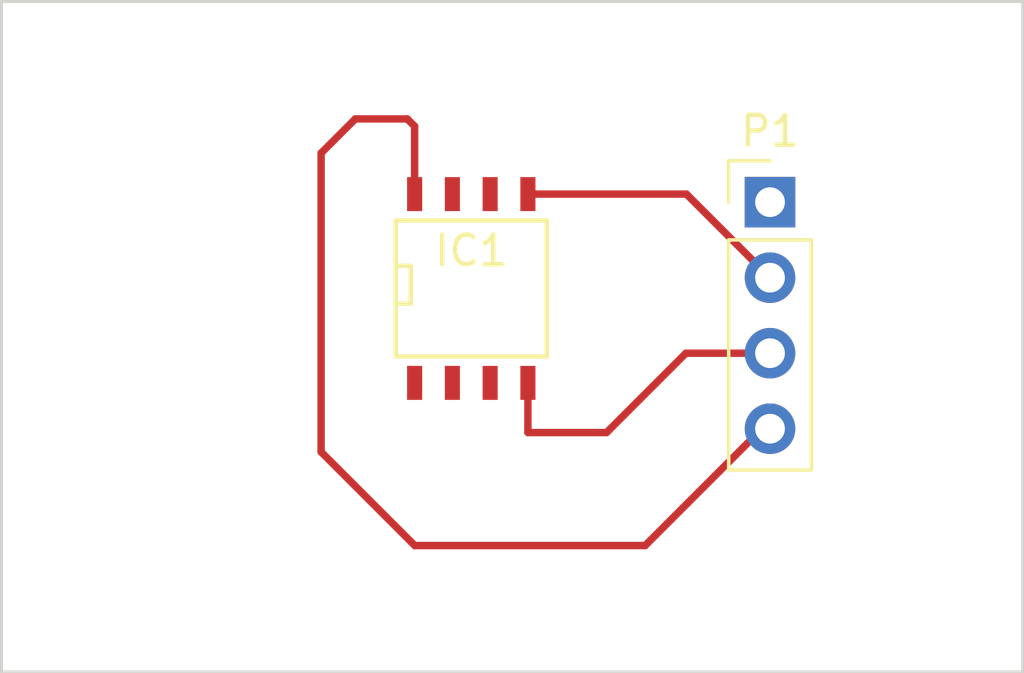
<source format=kicad_pcb>
(kicad_pcb (version 4) (host pcbnew 4.0.5-e0-6337~49~ubuntu16.04.1)

  (general
    (links 3)
    (no_connects 0)
    (area 0 0 0 0)
    (thickness 1.6)
    (drawings 5)
    (tracks 16)
    (zones 0)
    (modules 2)
    (nets 10)
  )

  (page A4)
  (layers
    (0 F.Cu signal)
    (31 B.Cu signal)
    (32 B.Adhes user)
    (33 F.Adhes user)
    (34 B.Paste user)
    (35 F.Paste user)
    (36 B.SilkS user)
    (37 F.SilkS user)
    (38 B.Mask user)
    (39 F.Mask user)
    (40 Dwgs.User user)
    (41 Cmts.User user)
    (42 Eco1.User user)
    (43 Eco2.User user)
    (44 Edge.Cuts user)
    (45 Margin user)
    (46 B.CrtYd user)
    (47 F.CrtYd user)
    (48 B.Fab user)
    (49 F.Fab user)
  )

  (setup
    (last_trace_width 0.25)
    (trace_clearance 0.2)
    (zone_clearance 0.508)
    (zone_45_only no)
    (trace_min 0.2)
    (segment_width 0.2)
    (edge_width 0.1)
    (via_size 0.6)
    (via_drill 0.4)
    (via_min_size 0.4)
    (via_min_drill 0.3)
    (uvia_size 0.3)
    (uvia_drill 0.1)
    (uvias_allowed no)
    (uvia_min_size 0.2)
    (uvia_min_drill 0.1)
    (pcb_text_width 0.3)
    (pcb_text_size 1.5 1.5)
    (mod_edge_width 0.15)
    (mod_text_size 1 1)
    (mod_text_width 0.15)
    (pad_size 1.5 1.5)
    (pad_drill 0.6)
    (pad_to_mask_clearance 0)
    (aux_axis_origin 0 0)
    (visible_elements FFFFFF7F)
    (pcbplotparams
      (layerselection 0x00030_80000001)
      (usegerberextensions false)
      (excludeedgelayer true)
      (linewidth 0.100000)
      (plotframeref false)
      (viasonmask false)
      (mode 1)
      (useauxorigin false)
      (hpglpennumber 1)
      (hpglpenspeed 20)
      (hpglpendiameter 15)
      (hpglpenoverlay 2)
      (psnegative false)
      (psa4output false)
      (plotreference true)
      (plotvalue true)
      (plotinvisibletext false)
      (padsonsilk false)
      (subtractmaskfromsilk false)
      (outputformat 1)
      (mirror false)
      (drillshape 1)
      (scaleselection 1)
      (outputdirectory ""))
  )

  (net 0 "")
  (net 1 +3V3)
  (net 2 "Net-(IC1-Pad7)")
  (net 3 "Net-(IC1-Pad6)")
  (net 4 "Net-(IC1-Pad5)")
  (net 5 GND)
  (net 6 "Net-(IC1-Pad3)")
  (net 7 "Net-(IC1-Pad2)")
  (net 8 "Net-(IC1-Pad1)")
  (net 9 "Net-(P1-Pad1)")

  (net_class Default "This is the default net class."
    (clearance 0.2)
    (trace_width 0.25)
    (via_dia 0.6)
    (via_drill 0.4)
    (uvia_dia 0.3)
    (uvia_drill 0.1)
    (add_net +3V3)
    (add_net GND)
    (add_net "Net-(IC1-Pad1)")
    (add_net "Net-(IC1-Pad2)")
    (add_net "Net-(IC1-Pad3)")
    (add_net "Net-(IC1-Pad5)")
    (add_net "Net-(IC1-Pad6)")
    (add_net "Net-(IC1-Pad7)")
    (add_net "Net-(P1-Pad1)")
  )

  (module SMD_Packages:SOIC-8-N (layer F.Cu) (tedit 0) (tstamp 5896694C)
    (at 148.5011 105.0036)
    (descr "Module Narrow CMS SOJ 8 pins large")
    (tags "CMS SOJ")
    (path /58965CB8)
    (attr smd)
    (fp_text reference IC1 (at 0 -1.27) (layer F.SilkS)
      (effects (font (size 1 1) (thickness 0.15)))
    )
    (fp_text value ATTINY85-S (at 0 1.27) (layer F.Fab)
      (effects (font (size 1 1) (thickness 0.15)))
    )
    (fp_line (start -2.54 -2.286) (end 2.54 -2.286) (layer F.SilkS) (width 0.15))
    (fp_line (start 2.54 -2.286) (end 2.54 2.286) (layer F.SilkS) (width 0.15))
    (fp_line (start 2.54 2.286) (end -2.54 2.286) (layer F.SilkS) (width 0.15))
    (fp_line (start -2.54 2.286) (end -2.54 -2.286) (layer F.SilkS) (width 0.15))
    (fp_line (start -2.54 -0.762) (end -2.032 -0.762) (layer F.SilkS) (width 0.15))
    (fp_line (start -2.032 -0.762) (end -2.032 0.508) (layer F.SilkS) (width 0.15))
    (fp_line (start -2.032 0.508) (end -2.54 0.508) (layer F.SilkS) (width 0.15))
    (pad 8 smd rect (at -1.905 -3.175) (size 0.508 1.143) (layers F.Cu F.Paste F.Mask)
      (net 1 +3V3))
    (pad 7 smd rect (at -0.635 -3.175) (size 0.508 1.143) (layers F.Cu F.Paste F.Mask)
      (net 2 "Net-(IC1-Pad7)"))
    (pad 6 smd rect (at 0.635 -3.175) (size 0.508 1.143) (layers F.Cu F.Paste F.Mask)
      (net 3 "Net-(IC1-Pad6)"))
    (pad 5 smd rect (at 1.905 -3.175) (size 0.508 1.143) (layers F.Cu F.Paste F.Mask)
      (net 4 "Net-(IC1-Pad5)"))
    (pad 4 smd rect (at 1.905 3.175) (size 0.508 1.143) (layers F.Cu F.Paste F.Mask)
      (net 5 GND))
    (pad 3 smd rect (at 0.635 3.175) (size 0.508 1.143) (layers F.Cu F.Paste F.Mask)
      (net 6 "Net-(IC1-Pad3)"))
    (pad 2 smd rect (at -0.635 3.175) (size 0.508 1.143) (layers F.Cu F.Paste F.Mask)
      (net 7 "Net-(IC1-Pad2)"))
    (pad 1 smd rect (at -1.905 3.175) (size 0.508 1.143) (layers F.Cu F.Paste F.Mask)
      (net 8 "Net-(IC1-Pad1)"))
    (model SMD_Packages.3dshapes/SOIC-8-N.wrl
      (at (xyz 0 0 0))
      (scale (xyz 0.5 0.38 0.5))
      (rotate (xyz 0 0 0))
    )
  )

  (module Pin_Headers:Pin_Header_Straight_1x04_Pitch2.54mm (layer F.Cu) (tedit 5862ED52) (tstamp 58966962)
    (at 158.55 102.1)
    (descr "Through hole straight pin header, 1x04, 2.54mm pitch, single row")
    (tags "Through hole pin header THT 1x04 2.54mm single row")
    (path /5896639C)
    (fp_text reference P1 (at 0 -2.39) (layer F.SilkS)
      (effects (font (size 1 1) (thickness 0.15)))
    )
    (fp_text value CONN_01X04 (at 0 10.01) (layer F.Fab)
      (effects (font (size 1 1) (thickness 0.15)))
    )
    (fp_line (start -1.27 -1.27) (end -1.27 8.89) (layer F.Fab) (width 0.1))
    (fp_line (start -1.27 8.89) (end 1.27 8.89) (layer F.Fab) (width 0.1))
    (fp_line (start 1.27 8.89) (end 1.27 -1.27) (layer F.Fab) (width 0.1))
    (fp_line (start 1.27 -1.27) (end -1.27 -1.27) (layer F.Fab) (width 0.1))
    (fp_line (start -1.39 1.27) (end -1.39 9.01) (layer F.SilkS) (width 0.12))
    (fp_line (start -1.39 9.01) (end 1.39 9.01) (layer F.SilkS) (width 0.12))
    (fp_line (start 1.39 9.01) (end 1.39 1.27) (layer F.SilkS) (width 0.12))
    (fp_line (start 1.39 1.27) (end -1.39 1.27) (layer F.SilkS) (width 0.12))
    (fp_line (start -1.39 0) (end -1.39 -1.39) (layer F.SilkS) (width 0.12))
    (fp_line (start -1.39 -1.39) (end 0 -1.39) (layer F.SilkS) (width 0.12))
    (fp_line (start -1.6 -1.6) (end -1.6 9.2) (layer F.CrtYd) (width 0.05))
    (fp_line (start -1.6 9.2) (end 1.6 9.2) (layer F.CrtYd) (width 0.05))
    (fp_line (start 1.6 9.2) (end 1.6 -1.6) (layer F.CrtYd) (width 0.05))
    (fp_line (start 1.6 -1.6) (end -1.6 -1.6) (layer F.CrtYd) (width 0.05))
    (pad 1 thru_hole rect (at 0 0) (size 1.7 1.7) (drill 1) (layers *.Cu *.Mask)
      (net 9 "Net-(P1-Pad1)"))
    (pad 2 thru_hole oval (at 0 2.54) (size 1.7 1.7) (drill 1) (layers *.Cu *.Mask)
      (net 4 "Net-(IC1-Pad5)"))
    (pad 3 thru_hole oval (at 0 5.08) (size 1.7 1.7) (drill 1) (layers *.Cu *.Mask)
      (net 5 GND))
    (pad 4 thru_hole oval (at 0 7.62) (size 1.7 1.7) (drill 1) (layers *.Cu *.Mask)
      (net 1 +3V3))
    (model Pin_Headers.3dshapes/Pin_Header_Straight_1x04_Pitch2.54mm.wrl
      (at (xyz 0 -0.15 0))
      (scale (xyz 1 1 1))
      (rotate (xyz 0 0 90))
    )
  )

  (gr_line (start 132.7 95.35) (end 132.75 95.35) (angle 90) (layer Edge.Cuts) (width 0.1))
  (gr_line (start 132.7 117.9) (end 132.7 95.35) (angle 90) (layer Edge.Cuts) (width 0.1))
  (gr_line (start 167.05 117.9) (end 132.7 117.9) (angle 90) (layer Edge.Cuts) (width 0.1))
  (gr_line (start 167.05 95.35) (end 167.05 117.9) (angle 90) (layer Edge.Cuts) (width 0.1))
  (gr_line (start 132.7 95.35) (end 167.05 95.35) (angle 90) (layer Edge.Cuts) (width 0.1))

  (segment (start 146.5961 101.8286) (end 146.5961 99.5461) (width 0.25) (layer F.Cu) (net 1) (status 400000))
  (segment (start 154.35 113.65) (end 158.28 109.72) (width 0.25) (layer F.Cu) (net 1) (tstamp 58966B23) (status 800000))
  (segment (start 146.6 113.65) (end 154.35 113.65) (width 0.25) (layer F.Cu) (net 1) (tstamp 58966B21))
  (segment (start 143.45 110.5) (end 146.6 113.65) (width 0.25) (layer F.Cu) (net 1) (tstamp 58966B20))
  (segment (start 143.45 100.45) (end 143.45 110.5) (width 0.25) (layer F.Cu) (net 1) (tstamp 58966B1E))
  (segment (start 144.6 99.3) (end 143.45 100.45) (width 0.25) (layer F.Cu) (net 1) (tstamp 58966B1B))
  (segment (start 146.35 99.3) (end 144.6 99.3) (width 0.25) (layer F.Cu) (net 1) (tstamp 58966B1A))
  (segment (start 146.5961 99.5461) (end 146.35 99.3) (width 0.25) (layer F.Cu) (net 1) (tstamp 58966B19))
  (segment (start 158.28 109.72) (end 158.55 109.72) (width 0.25) (layer F.Cu) (net 1) (tstamp 58966B24) (status C00000))
  (segment (start 150.4061 101.8286) (end 155.7386 101.8286) (width 0.25) (layer F.Cu) (net 4))
  (segment (start 155.7386 101.8286) (end 158.55 104.64) (width 0.25) (layer F.Cu) (net 4) (tstamp 58966AF4))
  (segment (start 150.4061 108.1786) (end 150.4061 109.8439) (width 0.25) (layer F.Cu) (net 5))
  (segment (start 155.72 107.18) (end 158.55 107.18) (width 0.25) (layer F.Cu) (net 5) (tstamp 58966ABE))
  (segment (start 153.05 109.85) (end 155.72 107.18) (width 0.25) (layer F.Cu) (net 5) (tstamp 58966ABC))
  (segment (start 150.4122 109.85) (end 153.05 109.85) (width 0.25) (layer F.Cu) (net 5) (tstamp 58966ABB))
  (segment (start 150.4061 109.8439) (end 150.4122 109.85) (width 0.25) (layer F.Cu) (net 5) (tstamp 58966ABA))

)

</source>
